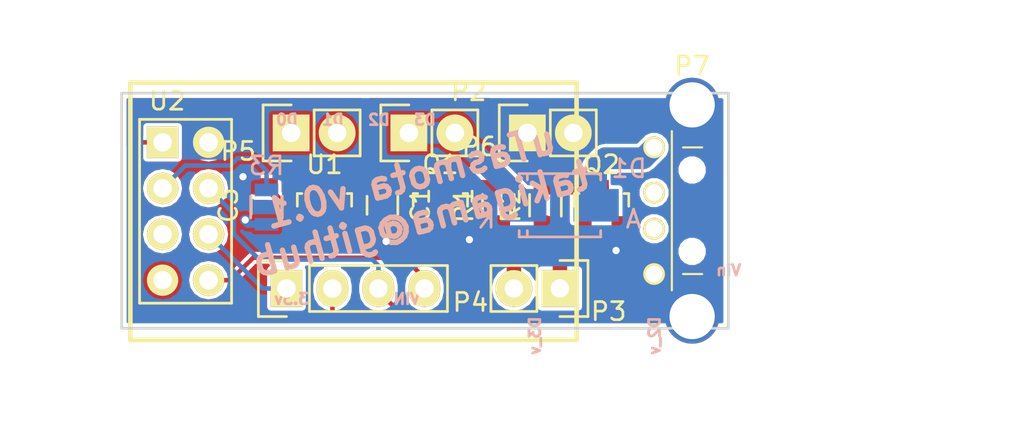
<source format=kicad_pcb>
(kicad_pcb (version 4) (host pcbnew 4.0.2+dfsg1-stable)

  (general
    (links 31)
    (no_connects 0)
    (area 144.407 102.575 201.425001 126.875)
    (thickness 1.6)
    (drawings 14)
    (tracks 97)
    (zones 0)
    (modules 16)
    (nets 14)
  )

  (page A4)
  (layers
    (0 F.Cu signal)
    (31 B.Cu signal)
    (32 B.Adhes user)
    (33 F.Adhes user)
    (34 B.Paste user)
    (35 F.Paste user)
    (36 B.SilkS user hide)
    (37 F.SilkS user hide)
    (38 B.Mask user)
    (39 F.Mask user)
    (40 Dwgs.User user)
    (41 Cmts.User user)
    (42 Eco1.User user)
    (43 Eco2.User user)
    (44 Edge.Cuts user)
    (45 Margin user)
    (46 B.CrtYd user)
    (47 F.CrtYd user)
    (48 B.Fab user)
    (49 F.Fab user)
  )

  (setup
    (last_trace_width 0.25)
    (user_trace_width 0.2)
    (user_trace_width 0.4)
    (user_trace_width 0.8)
    (user_trace_width 1)
    (user_trace_width 1.2)
    (trace_clearance 0.2)
    (zone_clearance 0.2)
    (zone_45_only no)
    (trace_min 0.2)
    (segment_width 0.2)
    (edge_width 0.15)
    (via_size 0.6)
    (via_drill 0.4)
    (via_min_size 0.4)
    (via_min_drill 0.3)
    (uvia_size 0.3)
    (uvia_drill 0.1)
    (uvias_allowed no)
    (uvia_min_size 0.2)
    (uvia_min_drill 0.1)
    (pcb_text_width 0.3)
    (pcb_text_size 1.5 1.5)
    (mod_edge_width 0.15)
    (mod_text_size 1 1)
    (mod_text_width 0.15)
    (pad_size 1.524 1.524)
    (pad_drill 0.762)
    (pad_to_mask_clearance 0.2)
    (aux_axis_origin 0 0)
    (visible_elements FFFFFF7F)
    (pcbplotparams
      (layerselection 0x00030_80000001)
      (usegerberextensions false)
      (excludeedgelayer true)
      (linewidth 0.100000)
      (plotframeref false)
      (viasonmask false)
      (mode 1)
      (useauxorigin false)
      (hpglpennumber 1)
      (hpglpenspeed 20)
      (hpglpendiameter 15)
      (hpglpenoverlay 2)
      (psnegative false)
      (psa4output false)
      (plotreference true)
      (plotvalue true)
      (plotinvisibletext false)
      (padsonsilk false)
      (subtractmaskfromsilk false)
      (outputformat 1)
      (mirror false)
      (drillshape 1)
      (scaleselection 1)
      (outputdirectory ""))
  )

  (net 0 "")
  (net 1 VPP)
  (net 2 GND)
  (net 3 +3V3)
  (net 4 GPIO2_V)
  (net 5 RX_V)
  (net 6 GPIO0)
  (net 7 TX)
  (net 8 GPIO2)
  (net 9 RX)
  (net 10 "Net-(Q1-Pad3)")
  (net 11 "Net-(Q2-Pad3)")
  (net 12 "Net-(R3-Pad1)")
  (net 13 "Net-(D1-Pad2)")

  (net_class Default "This is the default net class."
    (clearance 0.2)
    (trace_width 0.25)
    (via_dia 0.6)
    (via_drill 0.4)
    (uvia_dia 0.3)
    (uvia_drill 0.1)
    (add_net +3V3)
    (add_net GND)
    (add_net GPIO0)
    (add_net GPIO2)
    (add_net GPIO2_V)
    (add_net "Net-(D1-Pad2)")
    (add_net "Net-(Q1-Pad3)")
    (add_net "Net-(Q2-Pad3)")
    (add_net "Net-(R3-Pad1)")
    (add_net RX)
    (add_net RX_V)
    (add_net TX)
    (add_net VPP)
  )

  (net_class 33v ""
    (clearance 0.2)
    (trace_width 0.4)
    (via_dia 0.6)
    (via_drill 0.4)
    (uvia_dia 0.3)
    (uvia_drill 0.1)
  )

  (module ESP8266:ESP-01 (layer F.Cu) (tedit 577EF889) (tstamp 5B609238)
    (at 153.66 110.72)
    (descr "Module, ESP-8266, ESP-01, 8 pin")
    (tags "Module ESP-8266 ESP8266")
    (path /580E0E4A)
    (fp_text reference U2 (at 0.254 -2.286) (layer F.SilkS)
      (effects (font (size 1 1) (thickness 0.15)))
    )
    (fp_text value ESP-01v090 (at -8.128 3.302 90) (layer F.Fab)
      (effects (font (size 1 1) (thickness 0.15)))
    )
    (fp_line (start -1.778 -3.302) (end 22.86 -3.302) (layer F.SilkS) (width 0.254))
    (fp_line (start 22.86 -3.302) (end 22.86 10.922) (layer F.SilkS) (width 0.254))
    (fp_line (start 22.86 10.922) (end -1.778 10.922) (layer F.SilkS) (width 0.254))
    (fp_line (start -1.778 10.922) (end -1.778 -3.302) (layer F.SilkS) (width 0.254))
    (fp_line (start -1.778 -3.302) (end 22.86 -3.302) (layer F.Fab) (width 0.05))
    (fp_line (start 22.86 -3.302) (end 22.86 10.922) (layer F.Fab) (width 0.05))
    (fp_line (start 22.86 10.922) (end -1.778 10.922) (layer F.Fab) (width 0.05))
    (fp_line (start -1.778 10.922) (end -1.778 -3.302) (layer F.Fab) (width 0.05))
    (fp_line (start 1.27 -1.27) (end -1.27 -1.27) (layer F.SilkS) (width 0.1524))
    (fp_line (start -1.27 -1.27) (end -1.27 1.27) (layer F.SilkS) (width 0.1524))
    (fp_line (start -1.75 -1.75) (end -1.75 9.4) (layer F.CrtYd) (width 0.05))
    (fp_line (start 4.3 -1.75) (end 4.3 9.4) (layer F.CrtYd) (width 0.05))
    (fp_line (start -1.75 -1.75) (end 4.3 -1.75) (layer F.CrtYd) (width 0.05))
    (fp_line (start -1.75 9.4) (end 4.3 9.4) (layer F.CrtYd) (width 0.05))
    (fp_line (start -1.27 1.27) (end -1.27 8.89) (layer F.SilkS) (width 0.1524))
    (fp_line (start -1.27 8.89) (end 3.81 8.89) (layer F.SilkS) (width 0.1524))
    (fp_line (start 3.81 8.89) (end 3.81 -1.27) (layer F.SilkS) (width 0.1524))
    (fp_line (start 3.81 -1.27) (end 1.27 -1.27) (layer F.SilkS) (width 0.1524))
    (pad 1 thru_hole rect (at 0 0) (size 1.7272 1.7272) (drill 1.016) (layers *.Cu *.Mask F.SilkS)
      (net 7 TX))
    (pad 2 thru_hole oval (at 2.54 0) (size 1.7272 1.7272) (drill 1.016) (layers *.Cu *.Mask F.SilkS)
      (net 2 GND))
    (pad 3 thru_hole oval (at 0 2.54) (size 1.7272 1.7272) (drill 1.016) (layers *.Cu *.Mask F.SilkS)
      (net 12 "Net-(R3-Pad1)"))
    (pad 4 thru_hole oval (at 2.54 2.54) (size 1.7272 1.7272) (drill 1.016) (layers *.Cu *.Mask F.SilkS)
      (net 8 GPIO2))
    (pad 5 thru_hole oval (at 0 5.08) (size 1.7272 1.7272) (drill 1.016) (layers *.Cu *.Mask F.SilkS))
    (pad 6 thru_hole oval (at 2.54 5.08) (size 1.7272 1.7272) (drill 1.016) (layers *.Cu *.Mask F.SilkS)
      (net 6 GPIO0))
    (pad 7 thru_hole oval (at 0 7.62) (size 1.7272 1.7272) (drill 1.016) (layers *.Cu *.Mask F.SilkS)
      (net 3 +3V3))
    (pad 8 thru_hole oval (at 2.54 7.62) (size 1.7272 1.7272) (drill 1.016) (layers *.Cu *.Mask F.SilkS)
      (net 9 RX))
  )

  (module Pin_Headers:Pin_Header_Straight_1x02 (layer F.Cu) (tedit 54EA090C) (tstamp 5B6091AE)
    (at 167.26 110.2 90)
    (descr "Through hole pin header")
    (tags "pin header")
    (path /5B60A2AE)
    (fp_text reference P2 (at 2.286 3.302 180) (layer F.SilkS)
      (effects (font (size 1 1) (thickness 0.15)))
    )
    (fp_text value CONN_01X02 (at 6.5 2.84 180) (layer F.Fab)
      (effects (font (size 1 1) (thickness 0.15)))
    )
    (fp_line (start 1.27 1.27) (end 1.27 3.81) (layer F.SilkS) (width 0.15))
    (fp_line (start 1.55 -1.55) (end 1.55 0) (layer F.SilkS) (width 0.15))
    (fp_line (start -1.75 -1.75) (end -1.75 4.3) (layer F.CrtYd) (width 0.05))
    (fp_line (start 1.75 -1.75) (end 1.75 4.3) (layer F.CrtYd) (width 0.05))
    (fp_line (start -1.75 -1.75) (end 1.75 -1.75) (layer F.CrtYd) (width 0.05))
    (fp_line (start -1.75 4.3) (end 1.75 4.3) (layer F.CrtYd) (width 0.05))
    (fp_line (start 1.27 1.27) (end -1.27 1.27) (layer F.SilkS) (width 0.15))
    (fp_line (start -1.55 0) (end -1.55 -1.55) (layer F.SilkS) (width 0.15))
    (fp_line (start -1.55 -1.55) (end 1.55 -1.55) (layer F.SilkS) (width 0.15))
    (fp_line (start -1.27 1.27) (end -1.27 3.81) (layer F.SilkS) (width 0.15))
    (fp_line (start -1.27 3.81) (end 1.27 3.81) (layer F.SilkS) (width 0.15))
    (pad 1 thru_hole rect (at 0 0 90) (size 2.032 2.032) (drill 1.016) (layers *.Cu *.Mask F.SilkS)
      (net 1 VPP))
    (pad 2 thru_hole oval (at 0 2.54 90) (size 2.032 2.032) (drill 1.016) (layers *.Cu *.Mask F.SilkS)
      (net 1 VPP))
    (model Pin_Headers.3dshapes/Pin_Header_Straight_1x02.wrl
      (at (xyz 0 -0.05 0))
      (scale (xyz 1 1 1))
      (rotate (xyz 0 0 90))
    )
  )

  (module Pin_Headers:Pin_Header_Straight_1x02 (layer F.Cu) (tedit 54EA090C) (tstamp 5B6091BF)
    (at 175.6 118.8 270)
    (descr "Through hole pin header")
    (tags "pin header")
    (path /5B60A170)
    (fp_text reference P3 (at 1.27 -2.691 360) (layer F.SilkS)
      (effects (font (size 1 1) (thickness 0.15)))
    )
    (fp_text value CONN_01X02 (at 3.302 0.127 360) (layer F.Fab)
      (effects (font (size 1 1) (thickness 0.15)))
    )
    (fp_line (start 1.27 1.27) (end 1.27 3.81) (layer F.SilkS) (width 0.15))
    (fp_line (start 1.55 -1.55) (end 1.55 0) (layer F.SilkS) (width 0.15))
    (fp_line (start -1.75 -1.75) (end -1.75 4.3) (layer F.CrtYd) (width 0.05))
    (fp_line (start 1.75 -1.75) (end 1.75 4.3) (layer F.CrtYd) (width 0.05))
    (fp_line (start -1.75 -1.75) (end 1.75 -1.75) (layer F.CrtYd) (width 0.05))
    (fp_line (start -1.75 4.3) (end 1.75 4.3) (layer F.CrtYd) (width 0.05))
    (fp_line (start 1.27 1.27) (end -1.27 1.27) (layer F.SilkS) (width 0.15))
    (fp_line (start -1.55 0) (end -1.55 -1.55) (layer F.SilkS) (width 0.15))
    (fp_line (start -1.55 -1.55) (end 1.55 -1.55) (layer F.SilkS) (width 0.15))
    (fp_line (start -1.27 1.27) (end -1.27 3.81) (layer F.SilkS) (width 0.15))
    (fp_line (start -1.27 3.81) (end 1.27 3.81) (layer F.SilkS) (width 0.15))
    (pad 1 thru_hole rect (at 0 0 270) (size 2.032 2.032) (drill 1.016) (layers *.Cu *.Mask F.SilkS)
      (net 4 GPIO2_V))
    (pad 2 thru_hole oval (at 0 2.54 270) (size 2.032 2.032) (drill 1.016) (layers *.Cu *.Mask F.SilkS)
      (net 5 RX_V))
    (model Pin_Headers.3dshapes/Pin_Header_Straight_1x02.wrl
      (at (xyz 0 -0.05 0))
      (scale (xyz 1 1 1))
      (rotate (xyz 0 0 90))
    )
  )

  (module Pin_Headers:Pin_Header_Straight_1x04 (layer F.Cu) (tedit 0) (tstamp 5B6091D2)
    (at 160.5 118.8 90)
    (descr "Through hole pin header")
    (tags "pin header")
    (path /5B609048)
    (fp_text reference P4 (at -0.762 10.16 180) (layer F.SilkS)
      (effects (font (size 1 1) (thickness 0.15)))
    )
    (fp_text value CONN_01X04 (at -7.1 -0.4 180) (layer F.Fab)
      (effects (font (size 1 1) (thickness 0.15)))
    )
    (fp_line (start -1.75 -1.75) (end -1.75 9.4) (layer F.CrtYd) (width 0.05))
    (fp_line (start 1.75 -1.75) (end 1.75 9.4) (layer F.CrtYd) (width 0.05))
    (fp_line (start -1.75 -1.75) (end 1.75 -1.75) (layer F.CrtYd) (width 0.05))
    (fp_line (start -1.75 9.4) (end 1.75 9.4) (layer F.CrtYd) (width 0.05))
    (fp_line (start -1.27 1.27) (end -1.27 8.89) (layer F.SilkS) (width 0.15))
    (fp_line (start 1.27 1.27) (end 1.27 8.89) (layer F.SilkS) (width 0.15))
    (fp_line (start 1.55 -1.55) (end 1.55 0) (layer F.SilkS) (width 0.15))
    (fp_line (start -1.27 8.89) (end 1.27 8.89) (layer F.SilkS) (width 0.15))
    (fp_line (start 1.27 1.27) (end -1.27 1.27) (layer F.SilkS) (width 0.15))
    (fp_line (start -1.55 0) (end -1.55 -1.55) (layer F.SilkS) (width 0.15))
    (fp_line (start -1.55 -1.55) (end 1.55 -1.55) (layer F.SilkS) (width 0.15))
    (pad 1 thru_hole rect (at 0 0 90) (size 2.032 1.7272) (drill 1.016) (layers *.Cu *.Mask F.SilkS)
      (net 6 GPIO0))
    (pad 2 thru_hole oval (at 0 2.54 90) (size 2.032 1.7272) (drill 1.016) (layers *.Cu *.Mask F.SilkS)
      (net 7 TX))
    (pad 3 thru_hole oval (at 0 5.08 90) (size 2.032 1.7272) (drill 1.016) (layers *.Cu *.Mask F.SilkS)
      (net 8 GPIO2))
    (pad 4 thru_hole oval (at 0 7.62 90) (size 2.032 1.7272) (drill 1.016) (layers *.Cu *.Mask F.SilkS)
      (net 9 RX))
    (model Pin_Headers.3dshapes/Pin_Header_Straight_1x04.wrl
      (at (xyz 0 -0.15 0))
      (scale (xyz 1 1 1))
      (rotate (xyz 0 0 90))
    )
  )

  (module Resistors_SMD:R_0805 (layer F.Cu) (tedit 5415CDEB) (tstamp 5B6091FE)
    (at 172.2 114.2 270)
    (descr "Resistor SMD 0805, reflow soldering, Vishay (see dcrcw.pdf)")
    (tags "resistor 0805")
    (path /5B609C6F)
    (attr smd)
    (fp_text reference R1 (at 0 1.905 270) (layer F.SilkS)
      (effects (font (size 1 1) (thickness 0.15)))
    )
    (fp_text value X (at 4.3 22.6 270) (layer F.Fab)
      (effects (font (size 1 1) (thickness 0.15)))
    )
    (fp_line (start -1.6 -1) (end 1.6 -1) (layer F.CrtYd) (width 0.05))
    (fp_line (start -1.6 1) (end 1.6 1) (layer F.CrtYd) (width 0.05))
    (fp_line (start -1.6 -1) (end -1.6 1) (layer F.CrtYd) (width 0.05))
    (fp_line (start 1.6 -1) (end 1.6 1) (layer F.CrtYd) (width 0.05))
    (fp_line (start 0.6 0.875) (end -0.6 0.875) (layer F.SilkS) (width 0.15))
    (fp_line (start -0.6 -0.875) (end 0.6 -0.875) (layer F.SilkS) (width 0.15))
    (pad 1 smd rect (at -0.95 0 270) (size 0.7 1.3) (layers F.Cu F.Paste F.Mask)
      (net 10 "Net-(Q1-Pad3)"))
    (pad 2 smd rect (at 0.95 0 270) (size 0.7 1.3) (layers F.Cu F.Paste F.Mask)
      (net 5 RX_V))
    (model Resistors_SMD.3dshapes/R_0805.wrl
      (at (xyz 0 0 0))
      (scale (xyz 1 1 1))
      (rotate (xyz 0 0 0))
    )
  )

  (module Resistors_SMD:R_0805 (layer F.Cu) (tedit 5415CDEB) (tstamp 5B60920A)
    (at 174.8 114.2 270)
    (descr "Resistor SMD 0805, reflow soldering, Vishay (see dcrcw.pdf)")
    (tags "resistor 0805")
    (path /5B60A014)
    (attr smd)
    (fp_text reference R2 (at 0 1.905 270) (layer F.SilkS)
      (effects (font (size 1 1) (thickness 0.15)))
    )
    (fp_text value X (at 1.9 25 270) (layer F.Fab)
      (effects (font (size 1 1) (thickness 0.15)))
    )
    (fp_line (start -1.6 -1) (end 1.6 -1) (layer F.CrtYd) (width 0.05))
    (fp_line (start -1.6 1) (end 1.6 1) (layer F.CrtYd) (width 0.05))
    (fp_line (start -1.6 -1) (end -1.6 1) (layer F.CrtYd) (width 0.05))
    (fp_line (start 1.6 -1) (end 1.6 1) (layer F.CrtYd) (width 0.05))
    (fp_line (start 0.6 0.875) (end -0.6 0.875) (layer F.SilkS) (width 0.15))
    (fp_line (start -0.6 -0.875) (end 0.6 -0.875) (layer F.SilkS) (width 0.15))
    (pad 1 smd rect (at -0.95 0 270) (size 0.7 1.3) (layers F.Cu F.Paste F.Mask)
      (net 11 "Net-(Q2-Pad3)"))
    (pad 2 smd rect (at 0.95 0 270) (size 0.7 1.3) (layers F.Cu F.Paste F.Mask)
      (net 4 GPIO2_V))
    (model Resistors_SMD.3dshapes/R_0805.wrl
      (at (xyz 0 0 0))
      (scale (xyz 1 1 1))
      (rotate (xyz 0 0 0))
    )
  )

  (module Pin_Headers:Pin_Header_Straight_1x02 (layer F.Cu) (tedit 54EA090C) (tstamp 5B6095E1)
    (at 160.76 110.2 90)
    (descr "Through hole pin header")
    (tags "pin header")
    (path /5B609437)
    (fp_text reference P5 (at -1.016 -2.921 180) (layer F.SilkS)
      (effects (font (size 1 1) (thickness 0.15)))
    )
    (fp_text value CONN_01X02 (at 4.1 0.84 180) (layer F.Fab)
      (effects (font (size 1 1) (thickness 0.15)))
    )
    (fp_line (start 1.27 1.27) (end 1.27 3.81) (layer F.SilkS) (width 0.15))
    (fp_line (start 1.55 -1.55) (end 1.55 0) (layer F.SilkS) (width 0.15))
    (fp_line (start -1.75 -1.75) (end -1.75 4.3) (layer F.CrtYd) (width 0.05))
    (fp_line (start 1.75 -1.75) (end 1.75 4.3) (layer F.CrtYd) (width 0.05))
    (fp_line (start -1.75 -1.75) (end 1.75 -1.75) (layer F.CrtYd) (width 0.05))
    (fp_line (start -1.75 4.3) (end 1.75 4.3) (layer F.CrtYd) (width 0.05))
    (fp_line (start 1.27 1.27) (end -1.27 1.27) (layer F.SilkS) (width 0.15))
    (fp_line (start -1.55 0) (end -1.55 -1.55) (layer F.SilkS) (width 0.15))
    (fp_line (start -1.55 -1.55) (end 1.55 -1.55) (layer F.SilkS) (width 0.15))
    (fp_line (start -1.27 1.27) (end -1.27 3.81) (layer F.SilkS) (width 0.15))
    (fp_line (start -1.27 3.81) (end 1.27 3.81) (layer F.SilkS) (width 0.15))
    (pad 1 thru_hole rect (at 0 0 90) (size 2.032 2.032) (drill 1.016) (layers *.Cu *.Mask F.SilkS)
      (net 3 +3V3))
    (pad 2 thru_hole oval (at 0 2.54 90) (size 2.032 2.032) (drill 1.016) (layers *.Cu *.Mask F.SilkS)
      (net 3 +3V3))
    (model Pin_Headers.3dshapes/Pin_Header_Straight_1x02.wrl
      (at (xyz 0 -0.05 0))
      (scale (xyz 1 1 1))
      (rotate (xyz 0 0 90))
    )
  )

  (module Resistors_SMD:R_0805 (layer B.Cu) (tedit 5415CDEB) (tstamp 5B60FBB1)
    (at 159.4 114.3 270)
    (descr "Resistor SMD 0805, reflow soldering, Vishay (see dcrcw.pdf)")
    (tags "resistor 0805")
    (path /5B609852)
    (attr smd)
    (fp_text reference R3 (at -2.286 0 540) (layer B.SilkS)
      (effects (font (size 1 1) (thickness 0.15)) (justify mirror))
    )
    (fp_text value 10k (at -9.718 1.27 540) (layer B.Fab)
      (effects (font (size 1 1) (thickness 0.15)) (justify mirror))
    )
    (fp_line (start -1.6 1) (end 1.6 1) (layer B.CrtYd) (width 0.05))
    (fp_line (start -1.6 -1) (end 1.6 -1) (layer B.CrtYd) (width 0.05))
    (fp_line (start -1.6 1) (end -1.6 -1) (layer B.CrtYd) (width 0.05))
    (fp_line (start 1.6 1) (end 1.6 -1) (layer B.CrtYd) (width 0.05))
    (fp_line (start 0.6 -0.875) (end -0.6 -0.875) (layer B.SilkS) (width 0.15))
    (fp_line (start -0.6 0.875) (end 0.6 0.875) (layer B.SilkS) (width 0.15))
    (pad 1 smd rect (at -0.95 0 270) (size 0.7 1.3) (layers B.Cu B.Paste B.Mask)
      (net 12 "Net-(R3-Pad1)"))
    (pad 2 smd rect (at 0.95 0 270) (size 0.7 1.3) (layers B.Cu B.Paste B.Mask)
      (net 3 +3V3))
    (model Resistors_SMD.3dshapes/R_0805.wrl
      (at (xyz 0 0 0))
      (scale (xyz 1 1 1))
      (rotate (xyz 0 0 0))
    )
  )

  (module Pin_Headers:Pin_Header_Straight_1x02 (layer F.Cu) (tedit 54EA090C) (tstamp 5B6162B3)
    (at 173.8 110.2 90)
    (descr "Through hole pin header")
    (tags "pin header")
    (path /5B60A070)
    (fp_text reference P6 (at -0.762 -2.643 180) (layer F.SilkS)
      (effects (font (size 1 1) (thickness 0.15)))
    )
    (fp_text value CONN_01X02 (at 4.1 2.8 180) (layer F.Fab)
      (effects (font (size 1 1) (thickness 0.15)))
    )
    (fp_line (start 1.27 1.27) (end 1.27 3.81) (layer F.SilkS) (width 0.15))
    (fp_line (start 1.55 -1.55) (end 1.55 0) (layer F.SilkS) (width 0.15))
    (fp_line (start -1.75 -1.75) (end -1.75 4.3) (layer F.CrtYd) (width 0.05))
    (fp_line (start 1.75 -1.75) (end 1.75 4.3) (layer F.CrtYd) (width 0.05))
    (fp_line (start -1.75 -1.75) (end 1.75 -1.75) (layer F.CrtYd) (width 0.05))
    (fp_line (start -1.75 4.3) (end 1.75 4.3) (layer F.CrtYd) (width 0.05))
    (fp_line (start 1.27 1.27) (end -1.27 1.27) (layer F.SilkS) (width 0.15))
    (fp_line (start -1.55 0) (end -1.55 -1.55) (layer F.SilkS) (width 0.15))
    (fp_line (start -1.55 -1.55) (end 1.55 -1.55) (layer F.SilkS) (width 0.15))
    (fp_line (start -1.27 1.27) (end -1.27 3.81) (layer F.SilkS) (width 0.15))
    (fp_line (start -1.27 3.81) (end 1.27 3.81) (layer F.SilkS) (width 0.15))
    (pad 1 thru_hole rect (at 0 0 90) (size 2.032 2.032) (drill 1.016) (layers *.Cu *.Mask F.SilkS)
      (net 2 GND))
    (pad 2 thru_hole oval (at 0 2.54 90) (size 2.032 2.032) (drill 1.016) (layers *.Cu *.Mask F.SilkS)
      (net 2 GND))
    (model Pin_Headers.3dshapes/Pin_Header_Straight_1x02.wrl
      (at (xyz 0 -0.05 0))
      (scale (xyz 1 1 1))
      (rotate (xyz 0 0 90))
    )
  )

  (module Diodes_SMD:SMA_Standard (layer B.Cu) (tedit 552FF239) (tstamp 5B62E9E4)
    (at 175.6 114.2)
    (descr "Diode SMA")
    (tags "Diode SMA")
    (path /5B61C310)
    (attr smd)
    (fp_text reference D1 (at 3.81 -2.032) (layer B.SilkS)
      (effects (font (size 1 1) (thickness 0.15)) (justify mirror))
    )
    (fp_text value D (at 0 2.032) (layer B.Fab)
      (effects (font (size 1 1) (thickness 0.15)) (justify mirror))
    )
    (fp_line (start -3.5 2) (end 3.5 2) (layer B.CrtYd) (width 0.05))
    (fp_line (start 3.5 2) (end 3.5 -2) (layer B.CrtYd) (width 0.05))
    (fp_line (start 3.5 -2) (end -3.5 -2) (layer B.CrtYd) (width 0.05))
    (fp_line (start -3.5 -2) (end -3.5 2) (layer B.CrtYd) (width 0.05))
    (fp_text user K (at -4.064 0.762) (layer B.SilkS)
      (effects (font (size 1 1) (thickness 0.15)) (justify mirror))
    )
    (fp_text user A (at 4.064 0.762) (layer B.SilkS)
      (effects (font (size 1 1) (thickness 0.15)) (justify mirror))
    )
    (fp_circle (center 0 0) (end 0.20066 0.0508) (layer B.Adhes) (width 0.381))
    (fp_line (start -1.79914 -1.75006) (end -1.79914 -1.39954) (layer B.SilkS) (width 0.15))
    (fp_line (start -1.79914 1.75006) (end -1.79914 1.39954) (layer B.SilkS) (width 0.15))
    (fp_line (start 2.25044 -1.75006) (end 2.25044 -1.39954) (layer B.SilkS) (width 0.15))
    (fp_line (start -2.25044 -1.75006) (end -2.25044 -1.39954) (layer B.SilkS) (width 0.15))
    (fp_line (start -2.25044 1.75006) (end -2.25044 1.39954) (layer B.SilkS) (width 0.15))
    (fp_line (start 2.25044 1.75006) (end 2.25044 1.39954) (layer B.SilkS) (width 0.15))
    (fp_line (start -2.25044 -1.75006) (end 2.25044 -1.75006) (layer B.SilkS) (width 0.15))
    (fp_line (start -2.25044 1.75006) (end 2.25044 1.75006) (layer B.SilkS) (width 0.15))
    (pad 1 smd rect (at -1.99898 0) (size 2.49936 1.80086) (layers B.Cu B.Paste B.Mask)
      (net 1 VPP))
    (pad 2 smd rect (at 1.99898 0) (size 2.49936 1.80086) (layers B.Cu B.Paste B.Mask)
      (net 13 "Net-(D1-Pad2)"))
    (model Diodes_SMD.3dshapes/SMA_Standard.wrl
      (at (xyz 0 0 0))
      (scale (xyz 0.3937 0.3937 0.3937))
      (rotate (xyz 0 0 180))
    )
  )

  (module TO_SOT_Packages_SMD:SOT-23 (layer F.Cu) (tedit 553634F8) (tstamp 5B6AEEA0)
    (at 169 114.2)
    (descr "SOT-23, Standard")
    (tags SOT-23)
    (path /580E1D98)
    (attr smd)
    (fp_text reference Q1 (at 0 -2.25) (layer F.SilkS)
      (effects (font (size 1 1) (thickness 0.15)))
    )
    (fp_text value IRLML6244 (at 0.836 9.968) (layer F.Fab)
      (effects (font (size 1 1) (thickness 0.15)))
    )
    (fp_line (start -1.65 -1.6) (end 1.65 -1.6) (layer F.CrtYd) (width 0.05))
    (fp_line (start 1.65 -1.6) (end 1.65 1.6) (layer F.CrtYd) (width 0.05))
    (fp_line (start 1.65 1.6) (end -1.65 1.6) (layer F.CrtYd) (width 0.05))
    (fp_line (start -1.65 1.6) (end -1.65 -1.6) (layer F.CrtYd) (width 0.05))
    (fp_line (start 1.29916 -0.65024) (end 1.2509 -0.65024) (layer F.SilkS) (width 0.15))
    (fp_line (start -1.49982 0.0508) (end -1.49982 -0.65024) (layer F.SilkS) (width 0.15))
    (fp_line (start -1.49982 -0.65024) (end -1.2509 -0.65024) (layer F.SilkS) (width 0.15))
    (fp_line (start 1.29916 -0.65024) (end 1.49982 -0.65024) (layer F.SilkS) (width 0.15))
    (fp_line (start 1.49982 -0.65024) (end 1.49982 0.0508) (layer F.SilkS) (width 0.15))
    (pad 1 smd rect (at -0.95 1.00076) (size 0.8001 0.8001) (layers F.Cu F.Paste F.Mask)
      (net 9 RX))
    (pad 2 smd rect (at 0.95 1.00076) (size 0.8001 0.8001) (layers F.Cu F.Paste F.Mask)
      (net 2 GND))
    (pad 3 smd rect (at 0 -0.99822) (size 0.8001 0.8001) (layers F.Cu F.Paste F.Mask)
      (net 10 "Net-(Q1-Pad3)"))
    (model TO_SOT_Packages_SMD.3dshapes/SOT-23.wrl
      (at (xyz 0 0 0))
      (scale (xyz 1 1 1))
      (rotate (xyz 0 0 0))
    )
  )

  (module TO_SOT_Packages_SMD:SOT-23 (layer F.Cu) (tedit 553634F8) (tstamp 5B6AEEAF)
    (at 177.9 114.2)
    (descr "SOT-23, Standard")
    (tags SOT-23)
    (path /5B60A003)
    (attr smd)
    (fp_text reference Q2 (at 0 -2.25) (layer F.SilkS)
      (effects (font (size 1 1) (thickness 0.15)))
    )
    (fp_text value IRLML6244 (at -3.31524 10.234) (layer F.Fab)
      (effects (font (size 1 1) (thickness 0.15)))
    )
    (fp_line (start -1.65 -1.6) (end 1.65 -1.6) (layer F.CrtYd) (width 0.05))
    (fp_line (start 1.65 -1.6) (end 1.65 1.6) (layer F.CrtYd) (width 0.05))
    (fp_line (start 1.65 1.6) (end -1.65 1.6) (layer F.CrtYd) (width 0.05))
    (fp_line (start -1.65 1.6) (end -1.65 -1.6) (layer F.CrtYd) (width 0.05))
    (fp_line (start 1.29916 -0.65024) (end 1.2509 -0.65024) (layer F.SilkS) (width 0.15))
    (fp_line (start -1.49982 0.0508) (end -1.49982 -0.65024) (layer F.SilkS) (width 0.15))
    (fp_line (start -1.49982 -0.65024) (end -1.2509 -0.65024) (layer F.SilkS) (width 0.15))
    (fp_line (start 1.29916 -0.65024) (end 1.49982 -0.65024) (layer F.SilkS) (width 0.15))
    (fp_line (start 1.49982 -0.65024) (end 1.49982 0.0508) (layer F.SilkS) (width 0.15))
    (pad 1 smd rect (at -0.95 1.00076) (size 0.8001 0.8001) (layers F.Cu F.Paste F.Mask)
      (net 8 GPIO2))
    (pad 2 smd rect (at 0.95 1.00076) (size 0.8001 0.8001) (layers F.Cu F.Paste F.Mask)
      (net 2 GND))
    (pad 3 smd rect (at 0 -0.99822) (size 0.8001 0.8001) (layers F.Cu F.Paste F.Mask)
      (net 11 "Net-(Q2-Pad3)"))
    (model TO_SOT_Packages_SMD.3dshapes/SOT-23.wrl
      (at (xyz 0 0 0))
      (scale (xyz 1 1 1))
      (rotate (xyz 0 0 0))
    )
  )

  (module Capacitors_SMD:C_0805 (layer F.Cu) (tedit 5415D6EA) (tstamp 5B841EC7)
    (at 165.8 114.2 270)
    (descr "Capacitor SMD 0805, reflow soldering, AVX (see smccp.pdf)")
    (tags "capacitor 0805")
    (path /580E10B5)
    (attr smd)
    (fp_text reference C1 (at 0 -2.1 270) (layer F.SilkS)
      (effects (font (size 1 1) (thickness 0.15)))
    )
    (fp_text value 2uf (at -3.2 15.6 270) (layer F.Fab)
      (effects (font (size 1 1) (thickness 0.15)))
    )
    (fp_line (start -1.8 -1) (end 1.8 -1) (layer F.CrtYd) (width 0.05))
    (fp_line (start -1.8 1) (end 1.8 1) (layer F.CrtYd) (width 0.05))
    (fp_line (start -1.8 -1) (end -1.8 1) (layer F.CrtYd) (width 0.05))
    (fp_line (start 1.8 -1) (end 1.8 1) (layer F.CrtYd) (width 0.05))
    (fp_line (start 0.5 -0.85) (end -0.5 -0.85) (layer F.SilkS) (width 0.15))
    (fp_line (start -0.5 0.85) (end 0.5 0.85) (layer F.SilkS) (width 0.15))
    (pad 1 smd rect (at -1 0 270) (size 1 1.25) (layers F.Cu F.Paste F.Mask)
      (net 1 VPP))
    (pad 2 smd rect (at 1 0 270) (size 1 1.25) (layers F.Cu F.Paste F.Mask)
      (net 2 GND))
    (model Capacitors_SMD.3dshapes/C_0805.wrl
      (at (xyz 0 0 0))
      (scale (xyz 1 1 1))
      (rotate (xyz 0 0 0))
    )
  )

  (module Capacitors_SMD:C_0805 (layer F.Cu) (tedit 5415D6EA) (tstamp 5B841ECC)
    (at 159.4 114.2 90)
    (descr "Capacitor SMD 0805, reflow soldering, AVX (see smccp.pdf)")
    (tags "capacitor 0805")
    (path /580E12CC)
    (attr smd)
    (fp_text reference C3 (at 0 -2.1 90) (layer F.SilkS)
      (effects (font (size 1 1) (thickness 0.15)))
    )
    (fp_text value 2uf (at -0.1 -9.4 90) (layer F.Fab)
      (effects (font (size 1 1) (thickness 0.15)))
    )
    (fp_line (start -1.8 -1) (end 1.8 -1) (layer F.CrtYd) (width 0.05))
    (fp_line (start -1.8 1) (end 1.8 1) (layer F.CrtYd) (width 0.05))
    (fp_line (start -1.8 -1) (end -1.8 1) (layer F.CrtYd) (width 0.05))
    (fp_line (start 1.8 -1) (end 1.8 1) (layer F.CrtYd) (width 0.05))
    (fp_line (start 0.5 -0.85) (end -0.5 -0.85) (layer F.SilkS) (width 0.15))
    (fp_line (start -0.5 0.85) (end 0.5 0.85) (layer F.SilkS) (width 0.15))
    (pad 1 smd rect (at -1 0 90) (size 1 1.25) (layers F.Cu F.Paste F.Mask)
      (net 3 +3V3))
    (pad 2 smd rect (at 1 0 90) (size 1 1.25) (layers F.Cu F.Paste F.Mask)
      (net 2 GND))
    (model Capacitors_SMD.3dshapes/C_0805.wrl
      (at (xyz 0 0 0))
      (scale (xyz 1 1 1))
      (rotate (xyz 0 0 0))
    )
  )

  (module TO_SOT_Packages_SMD:SOT-23 (layer F.Cu) (tedit 553634F8) (tstamp 5B841ED1)
    (at 162.6 114.2)
    (descr "SOT-23, Standard")
    (tags SOT-23)
    (path /5B62A08E)
    (attr smd)
    (fp_text reference U1 (at 0 -2.25) (layer F.SilkS)
      (effects (font (size 1 1) (thickness 0.15)))
    )
    (fp_text value MCP1703 (at -1.7 10) (layer F.Fab)
      (effects (font (size 1 1) (thickness 0.15)))
    )
    (fp_line (start -1.65 -1.6) (end 1.65 -1.6) (layer F.CrtYd) (width 0.05))
    (fp_line (start 1.65 -1.6) (end 1.65 1.6) (layer F.CrtYd) (width 0.05))
    (fp_line (start 1.65 1.6) (end -1.65 1.6) (layer F.CrtYd) (width 0.05))
    (fp_line (start -1.65 1.6) (end -1.65 -1.6) (layer F.CrtYd) (width 0.05))
    (fp_line (start 1.29916 -0.65024) (end 1.2509 -0.65024) (layer F.SilkS) (width 0.15))
    (fp_line (start -1.49982 0.0508) (end -1.49982 -0.65024) (layer F.SilkS) (width 0.15))
    (fp_line (start -1.49982 -0.65024) (end -1.2509 -0.65024) (layer F.SilkS) (width 0.15))
    (fp_line (start 1.29916 -0.65024) (end 1.49982 -0.65024) (layer F.SilkS) (width 0.15))
    (fp_line (start 1.49982 -0.65024) (end 1.49982 0.0508) (layer F.SilkS) (width 0.15))
    (pad 1 smd rect (at -0.95 1.00076) (size 0.8001 0.8001) (layers F.Cu F.Paste F.Mask)
      (net 2 GND))
    (pad 2 smd rect (at 0.95 1.00076) (size 0.8001 0.8001) (layers F.Cu F.Paste F.Mask)
      (net 3 +3V3))
    (pad 3 smd rect (at 0 -0.99822) (size 0.8001 0.8001) (layers F.Cu F.Paste F.Mask)
      (net 1 VPP))
    (model TO_SOT_Packages_SMD.3dshapes/SOT-23.wrl
      (at (xyz 0 0 0))
      (scale (xyz 1 1 1))
      (rotate (xyz 0 0 0))
    )
  )

  (module USB_oshpark:USB_A_Multicomp_thruhole_oshpark (layer F.Cu) (tedit 5B84B8D8) (tstamp 5B850484)
    (at 182.9 114.5)
    (descr http://www.farnell.com/datasheets/1673631.pdf?_ga=2.191614378.1841366750.1535387360-1766580825.1529841566)
    (tags USB-A)
    (path /5B61BC7A)
    (attr smd)
    (fp_text reference P7 (at 0 -8) (layer F.SilkS)
      (effects (font (size 1 1) (thickness 0.15)))
    )
    (fp_text value USB_A (at 6.9 8) (layer F.Fab)
      (effects (font (size 1 1) (thickness 0.15)))
    )
    (fp_line (start -1 6.025) (end -1 -6.025) (layer F.Fab) (width 0.1))
    (fp_line (start -1 -6.025) (end 17.8 -6.025) (layer F.Fab) (width 0.1))
    (fp_line (start -1 6.025) (end 17.8 6.025) (layer F.Fab) (width 0.1))
    (fp_line (start 17.8 6.025) (end 17.8 -6.025) (layer F.Fab) (width 0.1))
    (fp_circle (center 0 -2.3) (end 0 -2.8) (layer F.Fab) (width 0.1))
    (fp_circle (center 0 2.3) (end 0 2.8) (layer F.Fab) (width 0.1))
    (fp_line (start -1.12 -4.4) (end -1.12 4.4) (layer F.SilkS) (width 0.12))
    (fp_line (start 2.2 6.05) (end 2.2 -6) (layer Dwgs.User) (width 0.1))
    (fp_text user "PCB Edge" (at 3 -0.2 90) (layer Dwgs.User)
      (effects (font (size 0.6 0.6) (thickness 0.09)))
    )
    (fp_line (start -0.5 -3.5) (end 0.55 -3.5) (layer F.SilkS) (width 0.12))
    (fp_line (start -0.5 3.5) (end 0.55 3.5) (layer F.SilkS) (width 0.12))
    (fp_line (start -3.5 7.8) (end -3.5 -7.8) (layer F.CrtYd) (width 0.05))
    (fp_line (start -3.5 -7.8) (end 2.25 -7.8) (layer F.CrtYd) (width 0.05))
    (fp_line (start 2.25 -6.52) (end 2.25 -7.8) (layer F.CrtYd) (width 0.05))
    (fp_line (start 2.25 -6.52) (end 18.3 -6.52) (layer F.CrtYd) (width 0.05))
    (fp_line (start 18.3 6.52) (end 18.3 -6.52) (layer F.CrtYd) (width 0.05))
    (fp_text user %R (at 3.6 -8 90) (layer F.Fab)
      (effects (font (size 1 1) (thickness 0.15)))
    )
    (fp_line (start 2.25 6.52) (end 18.3 6.52) (layer F.CrtYd) (width 0.05))
    (fp_line (start 2.25 7.8) (end 2.25 6.52) (layer F.CrtYd) (width 0.05))
    (fp_line (start -3.5 7.8) (end 2.25 7.8) (layer F.CrtYd) (width 0.05))
    (pad 2 thru_hole circle (at -2.1 -1) (size 1.2 1.2) (drill 0.92) (layers *.Cu *.Mask F.SilkS))
    (pad 3 thru_hole circle (at -2.1 1) (size 1.2 1.2) (drill 0.92) (layers *.Cu *.Mask F.SilkS))
    (pad 1 thru_hole circle (at -2.1 -3.5) (size 1.2 1.2) (drill 0.92) (layers *.Cu *.Mask F.SilkS)
      (net 13 "Net-(D1-Pad2)"))
    (pad 4 thru_hole circle (at -2.1 3.5) (size 1.2 1.2) (drill 0.92) (layers *.Cu *.Mask F.SilkS)
      (net 2 GND))
    (pad 5 thru_hole circle (at 0 -5.85) (size 3 3) (drill 2.5) (layers *.Cu *.Mask)
      (net 2 GND))
    (pad 5 thru_hole circle (at 0 5.85) (size 3 3) (drill 2.5) (layers *.Cu *.Mask)
      (net 2 GND))
    (pad "" np_thru_hole circle (at 0 -2.25) (size 1.1 1.1) (drill 1.1) (layers *.Cu *.Mask))
    (pad "" np_thru_hole circle (at 0 2.25) (size 1.1 1.1) (drill 1.1) (layers *.Cu *.Mask))
    (model ${KISYS3DMOD}/Connector_USB.3dshapes/USB_A_CNCTech_1001-011-01101_Horizontal.wrl
      (at (xyz 0 0 0))
      (scale (xyz 1 1 1))
      (rotate (xyz 0 0 0))
    )
  )

  (gr_text D3_v (at 174.22 121.412 90) (layer B.SilkS) (tstamp 5B628E3D)
    (effects (font (size 0.6 0.6) (thickness 0.15)) (justify mirror))
  )
  (gr_text D2_v (at 180.824 121.412 90) (layer B.SilkS) (tstamp 5B628E2C)
    (effects (font (size 0.6 0.6) (thickness 0.15)) (justify mirror))
  )
  (gr_text VIN (at 167.132 119.38) (layer B.SilkS) (tstamp 5B628E09)
    (effects (font (size 0.6 0.6) (thickness 0.15)) (justify mirror))
  )
  (gr_text 3.3v (at 160.782 119.38) (layer B.SilkS) (tstamp 5B628DF4)
    (effects (font (size 0.6 0.6) (thickness 0.15)) (justify mirror))
  )
  (gr_text D3 (at 168.148 109.474) (layer B.SilkS) (tstamp 5B628D8B)
    (effects (font (size 0.6 0.6) (thickness 0.15)) (justify mirror))
  )
  (gr_text D2 (at 165.608 109.474) (layer B.SilkS) (tstamp 5B628D7E)
    (effects (font (size 0.6 0.6) (thickness 0.15)) (justify mirror))
  )
  (gr_text D1 (at 163.068 109.474) (layer B.SilkS) (tstamp 5B628D6F)
    (effects (font (size 0.6 0.6) (thickness 0.15)) (justify mirror))
  )
  (gr_text D0 (at 160.528 109.474) (layer B.SilkS)
    (effects (font (size 0.6 0.6) (thickness 0.15)) (justify mirror))
  )
  (gr_text Vin (at 184.912 117.7925) (layer B.SilkS)
    (effects (font (size 0.6 0.6) (thickness 0.15)) (justify mirror))
  )
  (gr_text "uTasmota v0.1\ntakigama@github" (at 167.64 113.792 15) (layer B.SilkS)
    (effects (font (size 1.5 1.5) (thickness 0.3)) (justify mirror))
  )
  (gr_line (start 151.4 108) (end 151.4 121) (layer Edge.Cuts) (width 0.15))
  (gr_line (start 151.4 121) (end 184.9 121) (layer Edge.Cuts) (width 0.15))
  (gr_line (start 184.9 108) (end 151.4 108) (layer Edge.Cuts) (width 0.15))
  (gr_line (start 184.9 121) (end 184.9 108) (layer Edge.Cuts) (width 0.15))

  (segment (start 167.26 110.2) (end 169.8 110.2) (width 1.2) (layer B.Cu) (net 1) (status 30))
  (segment (start 173.601 114.001) (end 169.8 110.2) (width 1.2) (layer B.Cu) (net 1) (status 30))
  (segment (start 173.601 114.2) (end 173.601 114.001) (width 1.2) (layer B.Cu) (net 1) (status 30))
  (segment (start 167.26 112.016) (end 167.26 110.2) (width 0.8) (layer F.Cu) (net 1) (status 20))
  (segment (start 166.076 113.2) (end 167.26 112.016) (width 0.8) (layer F.Cu) (net 1) (status 10))
  (segment (start 165.8 113.2) (end 166.076 113.2) (width 0.8) (layer F.Cu) (net 1) (status 30))
  (segment (start 162.6 113.202) (end 162.6002 113.202) (width 0.8) (layer F.Cu) (net 1) (status 30))
  (segment (start 165.798 113.202) (end 165.8 113.2) (width 0.8) (layer F.Cu) (net 1) (status 30))
  (segment (start 162.6002 113.202) (end 165.798 113.202) (width 0.8) (layer F.Cu) (net 1) (status 30))
  (segment (start 162.6002 113.202) (end 162.6 113.2018) (width 0.25) (layer F.Cu) (net 1) (status 30))
  (segment (start 161.65 115.20076) (end 161.40076 115.20076) (width 0.4) (layer F.Cu) (net 2) (status 30))
  (segment (start 161.40076 115.20076) (end 159.4 113.2) (width 0.4) (layer F.Cu) (net 2) (status 30))
  (segment (start 161.65 115.20076) (end 161.60076 115.20076) (width 0.4) (layer F.Cu) (net 2) (status 30))
  (segment (start 169.95 115.20076) (end 169.95 115.45) (width 0.8) (layer F.Cu) (net 2) (status 30))
  (segment (start 169.95 115.45) (end 170.6 116.1) (width 0.8) (layer F.Cu) (net 2) (status 10))
  (via (at 170.6 116.1) (size 0.6) (drill 0.4) (layers F.Cu B.Cu) (net 2))
  (segment (start 165.8 115.2) (end 165.8 116) (width 0.8) (layer F.Cu) (net 2) (status 10))
  (segment (start 165.8 116) (end 166 116.2) (width 0.8) (layer F.Cu) (net 2))
  (via (at 166 116.2) (size 0.6) (drill 0.4) (layers F.Cu B.Cu) (net 2))
  (via (at 158.1 112.62) (size 0.6) (layers F.Cu B.Cu) (net 2))
  (via (at 178.7 116.7) (size 0.6) (layers F.Cu B.Cu) (net 2))
  (segment (start 158.68 113.2) (end 158.1 112.62) (width 0.8) (layer F.Cu) (net 2))
  (segment (start 159.4 113.2) (end 158.68 113.2) (width 0.8) (layer F.Cu) (net 2) (status 10))
  (segment (start 179.5 116.7) (end 178.7 116.7) (width 1.2) (layer B.Cu) (net 2))
  (segment (start 180.8 118) (end 179.5 116.7) (width 1.2) (layer B.Cu) (net 2) (status 10))
  (segment (start 182.9 120.35) (end 182.9 120.1) (width 1.2) (layer B.Cu) (net 2) (status 30))
  (segment (start 161.65 115.201) (end 161.65 115.2008) (width 0.25) (layer F.Cu) (net 2) (status 30))
  (segment (start 178.85 116.55) (end 178.7 116.7) (width 0.8) (layer F.Cu) (net 2))
  (segment (start 178.85 115.201) (end 178.85 116.55) (width 0.8) (layer F.Cu) (net 2) (status 10))
  (segment (start 178.85 115.201) (end 178.85 115.2008) (width 0.25) (layer F.Cu) (net 2) (status 30))
  (segment (start 169.95 115.201) (end 169.95 115.2008) (width 0.25) (layer F.Cu) (net 2) (status 30))
  (segment (start 158.22502 115.12502) (end 158.22502 115.010088) (width 0.4) (layer B.Cu) (net 3))
  (segment (start 159.4 115.25) (end 158.35 115.25) (width 0.4) (layer B.Cu) (net 3) (status 10))
  (via (at 158.22502 115.010088) (size 0.6) (drill 0.4) (layers F.Cu B.Cu) (net 3))
  (segment (start 158.35 115.25) (end 158.22502 115.12502) (width 0.4) (layer B.Cu) (net 3))
  (segment (start 159.275 115.2) (end 159.4 115.2) (width 0.4) (layer F.Cu) (net 3) (status 30))
  (segment (start 159.525 115.2) (end 159.4 115.2) (width 0.4) (layer F.Cu) (net 3) (status 30))
  (segment (start 163.3 110.2) (end 160.76 110.2) (width 0.4) (layer F.Cu) (net 3) (status 30))
  (segment (start 163.55 115.201) (end 163.55 115.2008) (width 0.4) (layer F.Cu) (net 3) (status 30))
  (segment (start 159.4 115.2) (end 159.8752 115.2) (width 0.25) (layer F.Cu) (net 3) (status 30))
  (segment (start 159.8752 115.0748) (end 159.8752 115.2) (width 0.25) (layer F.Cu) (net 3) (status 30))
  (segment (start 175.6 116.1) (end 175.6 118.8) (width 0.8) (layer F.Cu) (net 4) (status 20))
  (segment (start 174.8 115.3) (end 175.6 116.1) (width 0.8) (layer F.Cu) (net 4) (status 10))
  (segment (start 174.8 115.15) (end 174.8 115.3) (width 0.8) (layer F.Cu) (net 4) (status 30))
  (segment (start 173.06 116.46) (end 173.06 118.8) (width 0.8) (layer F.Cu) (net 5) (status 20))
  (segment (start 172.2 115.6) (end 173.06 116.46) (width 0.8) (layer F.Cu) (net 5))
  (segment (start 172.2 115.15) (end 172.2 115.6) (width 0.8) (layer F.Cu) (net 5) (status 10))
  (segment (start 159.2 118.8) (end 156.2 115.8) (width 0.25) (layer B.Cu) (net 6) (status 20))
  (segment (start 160.5 118.8) (end 159.2 118.8) (width 0.25) (layer B.Cu) (net 6) (status 10))
  (segment (start 163.04 120.066) (end 162.606 120.5) (width 0.25) (layer F.Cu) (net 7))
  (segment (start 163.04 118.8) (end 163.04 120.066) (width 0.25) (layer F.Cu) (net 7) (status 10))
  (segment (start 162.606 120.5) (end 152.7 120.5) (width 0.25) (layer F.Cu) (net 7))
  (segment (start 152.7 120.5) (end 152.1 119.9) (width 0.25) (layer F.Cu) (net 7))
  (segment (start 152.1 119.9) (end 152.1 111.1664) (width 0.25) (layer F.Cu) (net 7))
  (segment (start 152.1 111.1664) (end 152.5464 110.72) (width 0.25) (layer F.Cu) (net 7))
  (segment (start 152.5464 110.72) (end 153.66 110.72) (width 0.25) (layer F.Cu) (net 7) (status 20))
  (segment (start 165.58 118.8) (end 165.58 117.534) (width 0.25) (layer B.Cu) (net 8) (status 10))
  (segment (start 165.58 117.534) (end 165.246 117.2) (width 0.25) (layer B.Cu) (net 8))
  (segment (start 165.246 117.2) (end 159 117.2) (width 0.25) (layer B.Cu) (net 8))
  (segment (start 157.6 114.66) (end 156.2 113.26) (width 0.25) (layer B.Cu) (net 8) (status 20))
  (segment (start 159 117.2) (end 157.6 115.8) (width 0.25) (layer B.Cu) (net 8))
  (segment (start 157.6 115.8) (end 157.6 114.66) (width 0.25) (layer B.Cu) (net 8))
  (segment (start 176.95 115.20076) (end 176.95 115.85081) (width 0.25) (layer F.Cu) (net 8) (status 10))
  (segment (start 165.58 118.9524) (end 165.58 118.8) (width 0.25) (layer F.Cu) (net 8) (status 30))
  (segment (start 176.95 115.85081) (end 177.4 116.30081) (width 0.25) (layer F.Cu) (net 8))
  (segment (start 177.4 116.30081) (end 177.4 120.3) (width 0.25) (layer F.Cu) (net 8))
  (segment (start 177.4 120.3) (end 177.3 120.4) (width 0.25) (layer F.Cu) (net 8))
  (segment (start 177.3 120.4) (end 167.0276 120.4) (width 0.25) (layer F.Cu) (net 8))
  (segment (start 167.0276 120.4) (end 165.58 118.9524) (width 0.25) (layer F.Cu) (net 8) (status 20))
  (segment (start 167 117.1) (end 167.1 117.1) (width 0.25) (layer F.Cu) (net 9))
  (segment (start 167.1 117.1) (end 168.05 116.15) (width 0.25) (layer F.Cu) (net 9))
  (segment (start 168.05 116.15) (end 168.05 115.20076) (width 0.25) (layer F.Cu) (net 9) (status 20))
  (segment (start 158.661314 117.1) (end 167 117.1) (width 0.25) (layer F.Cu) (net 9))
  (segment (start 167 117.1) (end 168.12 118.22) (width 0.25) (layer F.Cu) (net 9) (status 20))
  (segment (start 168.12 118.22) (end 168.12 118.8) (width 0.25) (layer F.Cu) (net 9) (status 30))
  (segment (start 168.12 118.6476) (end 168.12 118.8) (width 0.25) (layer F.Cu) (net 9) (status 30))
  (segment (start 156.2 118.34) (end 157.421314 118.34) (width 0.25) (layer F.Cu) (net 9) (status 10))
  (segment (start 157.421314 118.34) (end 158.661314 117.1) (width 0.25) (layer F.Cu) (net 9))
  (segment (start 168.05 118.73) (end 168.12 118.8) (width 0.25) (layer F.Cu) (net 9) (status 30))
  (segment (start 169 113.202) (end 169.0002 113.202) (width 0.8) (layer F.Cu) (net 10) (status 30))
  (segment (start 172.152 113.202) (end 172.2 113.25) (width 0.8) (layer F.Cu) (net 10) (status 30))
  (segment (start 169.0002 113.202) (end 172.152 113.202) (width 0.8) (layer F.Cu) (net 10) (status 30))
  (segment (start 169.0002 113.202) (end 169 113.2018) (width 0.25) (layer F.Cu) (net 10) (status 30))
  (segment (start 177.9 113.202) (end 177.8998 113.202) (width 0.8) (layer F.Cu) (net 11) (status 30))
  (segment (start 174.848 113.202) (end 174.8 113.25) (width 0.8) (layer F.Cu) (net 11) (status 30))
  (segment (start 177.8998 113.202) (end 174.848 113.202) (width 0.8) (layer F.Cu) (net 11) (status 30))
  (segment (start 177.8998 113.202) (end 177.9 113.2018) (width 0.25) (layer F.Cu) (net 11) (status 30))
  (segment (start 158.7 111.6) (end 159.4 112.3) (width 0.25) (layer B.Cu) (net 12))
  (segment (start 159.4 112.3) (end 159.4 113.35) (width 0.25) (layer B.Cu) (net 12))
  (segment (start 157.8 111.6) (end 158.7 111.6) (width 0.25) (layer B.Cu) (net 12))
  (segment (start 157.4 112) (end 157.8 111.6) (width 0.25) (layer B.Cu) (net 12))
  (segment (start 154.92 112) (end 157.4 112) (width 0.25) (layer B.Cu) (net 12))
  (segment (start 153.66 113.26) (end 154.92 112) (width 0.25) (layer B.Cu) (net 12))
  (segment (start 180.2 111.6) (end 180.8 111) (width 1.2) (layer B.Cu) (net 13) (status 20))
  (segment (start 178.099 111.6) (end 180.2 111.6) (width 1.2) (layer B.Cu) (net 13))
  (segment (start 177.599 112.1) (end 178.099 111.6) (width 1.2) (layer B.Cu) (net 13))
  (segment (start 177.599 114.2) (end 177.599 112.1) (width 1.2) (layer B.Cu) (net 13) (status 10))

  (zone (net 2) (net_name GND) (layer B.Cu) (tstamp 0) (hatch edge 0.508)
    (connect_pads yes (clearance 0.2))
    (min_thickness 0.2)
    (fill yes (arc_segments 16) (thermal_gap 0.508) (thermal_bridge_width 0.508))
    (polygon
      (pts
        (xy 184.9 108) (xy 184.9 121) (xy 151.4 121) (xy 151.4 108)
      )
    )
    (filled_polygon
      (pts
        (xy 184.525 120.625) (xy 151.775 120.625) (xy 151.775 118.34) (xy 152.473604 118.34) (xy 152.562178 118.78529)
        (xy 152.814415 119.162789) (xy 153.191914 119.415026) (xy 153.637204 119.5036) (xy 153.682796 119.5036) (xy 154.128086 119.415026)
        (xy 154.505585 119.162789) (xy 154.757822 118.78529) (xy 154.846396 118.34) (xy 155.013604 118.34) (xy 155.102178 118.78529)
        (xy 155.354415 119.162789) (xy 155.731914 119.415026) (xy 156.177204 119.5036) (xy 156.222796 119.5036) (xy 156.668086 119.415026)
        (xy 157.045585 119.162789) (xy 157.297822 118.78529) (xy 157.386396 118.34) (xy 157.297822 117.89471) (xy 157.045585 117.517211)
        (xy 156.668086 117.264974) (xy 156.222796 117.1764) (xy 156.177204 117.1764) (xy 155.731914 117.264974) (xy 155.354415 117.517211)
        (xy 155.102178 117.89471) (xy 155.013604 118.34) (xy 154.846396 118.34) (xy 154.757822 117.89471) (xy 154.505585 117.517211)
        (xy 154.128086 117.264974) (xy 153.682796 117.1764) (xy 153.637204 117.1764) (xy 153.191914 117.264974) (xy 152.814415 117.517211)
        (xy 152.562178 117.89471) (xy 152.473604 118.34) (xy 151.775 118.34) (xy 151.775 115.8) (xy 152.473604 115.8)
        (xy 152.562178 116.24529) (xy 152.814415 116.622789) (xy 153.191914 116.875026) (xy 153.637204 116.9636) (xy 153.682796 116.9636)
        (xy 154.128086 116.875026) (xy 154.505585 116.622789) (xy 154.757822 116.24529) (xy 154.846396 115.8) (xy 154.757822 115.35471)
        (xy 154.505585 114.977211) (xy 154.128086 114.724974) (xy 153.682796 114.6364) (xy 153.637204 114.6364) (xy 153.191914 114.724974)
        (xy 152.814415 114.977211) (xy 152.562178 115.35471) (xy 152.473604 115.8) (xy 151.775 115.8) (xy 151.775 113.26)
        (xy 152.473604 113.26) (xy 152.562178 113.70529) (xy 152.814415 114.082789) (xy 153.191914 114.335026) (xy 153.637204 114.4236)
        (xy 153.682796 114.4236) (xy 154.128086 114.335026) (xy 154.505585 114.082789) (xy 154.757822 113.70529) (xy 154.846396 113.26)
        (xy 154.757822 112.81471) (xy 154.737197 112.783843) (xy 155.09604 112.425) (xy 155.37269 112.425) (xy 155.354415 112.437211)
        (xy 155.102178 112.81471) (xy 155.013604 113.26) (xy 155.102178 113.70529) (xy 155.354415 114.082789) (xy 155.731914 114.335026)
        (xy 156.177204 114.4236) (xy 156.222796 114.4236) (xy 156.668086 114.335026) (xy 156.671623 114.332663) (xy 157.175 114.83604)
        (xy 157.175 115.170894) (xy 157.045585 114.977211) (xy 156.668086 114.724974) (xy 156.222796 114.6364) (xy 156.177204 114.6364)
        (xy 155.731914 114.724974) (xy 155.354415 114.977211) (xy 155.102178 115.35471) (xy 155.013604 115.8) (xy 155.102178 116.24529)
        (xy 155.354415 116.622789) (xy 155.731914 116.875026) (xy 156.177204 116.9636) (xy 156.222796 116.9636) (xy 156.668086 116.875026)
        (xy 156.671623 116.872663) (xy 158.89948 119.100521) (xy 159.037359 119.192649) (xy 159.2 119.225) (xy 159.330523 119.225)
        (xy 159.330523 119.816) (xy 159.351442 119.927173) (xy 159.417145 120.029279) (xy 159.517397 120.097778) (xy 159.6364 120.121877)
        (xy 161.3636 120.121877) (xy 161.474773 120.100958) (xy 161.576879 120.035255) (xy 161.645378 119.935003) (xy 161.669477 119.816)
        (xy 161.669477 117.784) (xy 161.648558 117.672827) (xy 161.617782 117.625) (xy 162.477664 117.625) (xy 162.217211 117.799029)
        (xy 161.964974 118.176528) (xy 161.8764 118.621818) (xy 161.8764 118.978182) (xy 161.964974 119.423472) (xy 162.217211 119.800971)
        (xy 162.59471 120.053208) (xy 163.04 120.141782) (xy 163.48529 120.053208) (xy 163.862789 119.800971) (xy 164.115026 119.423472)
        (xy 164.2036 118.978182) (xy 164.2036 118.621818) (xy 164.115026 118.176528) (xy 163.862789 117.799029) (xy 163.602336 117.625)
        (xy 165.017664 117.625) (xy 164.757211 117.799029) (xy 164.504974 118.176528) (xy 164.4164 118.621818) (xy 164.4164 118.978182)
        (xy 164.504974 119.423472) (xy 164.757211 119.800971) (xy 165.13471 120.053208) (xy 165.58 120.141782) (xy 166.02529 120.053208)
        (xy 166.402789 119.800971) (xy 166.655026 119.423472) (xy 166.7436 118.978182) (xy 166.7436 118.621818) (xy 166.9564 118.621818)
        (xy 166.9564 118.978182) (xy 167.044974 119.423472) (xy 167.297211 119.800971) (xy 167.67471 120.053208) (xy 168.12 120.141782)
        (xy 168.56529 120.053208) (xy 168.942789 119.800971) (xy 169.195026 119.423472) (xy 169.2836 118.978182) (xy 169.2836 118.774218)
        (xy 171.744 118.774218) (xy 171.744 118.825782) (xy 171.844175 119.329393) (xy 172.129447 119.756335) (xy 172.556389 120.041607)
        (xy 173.06 120.141782) (xy 173.563611 120.041607) (xy 173.990553 119.756335) (xy 174.275825 119.329393) (xy 174.278123 119.31784)
        (xy 174.278123 119.816) (xy 174.299042 119.927173) (xy 174.364745 120.029279) (xy 174.464997 120.097778) (xy 174.584 120.121877)
        (xy 176.616 120.121877) (xy 176.727173 120.100958) (xy 176.829279 120.035255) (xy 176.897778 119.935003) (xy 176.921877 119.816)
        (xy 176.921877 117.784) (xy 176.900958 117.672827) (xy 176.835255 117.570721) (xy 176.735003 117.502222) (xy 176.616 117.478123)
        (xy 174.584 117.478123) (xy 174.472827 117.499042) (xy 174.370721 117.564745) (xy 174.302222 117.664997) (xy 174.278123 117.784)
        (xy 174.278123 118.28216) (xy 174.275825 118.270607) (xy 173.990553 117.843665) (xy 173.563611 117.558393) (xy 173.06 117.458218)
        (xy 172.556389 117.558393) (xy 172.129447 117.843665) (xy 171.844175 118.270607) (xy 171.744 118.774218) (xy 169.2836 118.774218)
        (xy 169.2836 118.621818) (xy 169.195026 118.176528) (xy 168.942789 117.799029) (xy 168.56529 117.546792) (xy 168.12 117.458218)
        (xy 167.67471 117.546792) (xy 167.297211 117.799029) (xy 167.044974 118.176528) (xy 166.9564 118.621818) (xy 166.7436 118.621818)
        (xy 166.655026 118.176528) (xy 166.402789 117.799029) (xy 166.02529 117.546792) (xy 166.005 117.542756) (xy 166.005 117.534)
        (xy 165.972649 117.37136) (xy 165.901564 117.264974) (xy 165.88052 117.233479) (xy 165.565375 116.918334) (xy 182.049853 116.918334)
        (xy 182.178985 117.230857) (xy 182.417885 117.470174) (xy 182.730183 117.599852) (xy 183.068334 117.600147) (xy 183.380857 117.471015)
        (xy 183.620174 117.232115) (xy 183.749852 116.919817) (xy 183.750147 116.581666) (xy 183.621015 116.269143) (xy 183.382115 116.029826)
        (xy 183.069817 115.900148) (xy 182.731666 115.899853) (xy 182.419143 116.028985) (xy 182.179826 116.267885) (xy 182.050148 116.580183)
        (xy 182.049853 116.918334) (xy 165.565375 116.918334) (xy 165.54652 116.89948) (xy 165.408641 116.807351) (xy 165.381657 116.801984)
        (xy 165.246 116.775) (xy 159.17604 116.775) (xy 158.025 115.62396) (xy 158.025 115.622632) (xy 158.15751 115.711173)
        (xy 158.158658 115.71194) (xy 158.35 115.75) (xy 158.490026 115.75) (xy 158.530745 115.813279) (xy 158.630997 115.881778)
        (xy 158.75 115.905877) (xy 160.05 115.905877) (xy 160.161173 115.884958) (xy 160.263279 115.819255) (xy 160.331778 115.719003)
        (xy 160.340033 115.678236) (xy 179.899844 115.678236) (xy 180.036572 116.009143) (xy 180.289525 116.262538) (xy 180.620194 116.399843)
        (xy 180.978236 116.400156) (xy 181.309143 116.263428) (xy 181.562538 116.010475) (xy 181.699843 115.679806) (xy 181.700156 115.321764)
        (xy 181.563428 114.990857) (xy 181.310475 114.737462) (xy 180.979806 114.600157) (xy 180.621764 114.599844) (xy 180.290857 114.736572)
        (xy 180.037462 114.989525) (xy 179.900157 115.320194) (xy 179.899844 115.678236) (xy 160.340033 115.678236) (xy 160.355877 115.6)
        (xy 160.355877 114.9) (xy 160.334958 114.788827) (xy 160.269255 114.686721) (xy 160.169003 114.618222) (xy 160.05 114.594123)
        (xy 158.75 114.594123) (xy 158.672186 114.608765) (xy 158.565337 114.501729) (xy 158.344891 114.410192) (xy 158.106196 114.409984)
        (xy 157.971464 114.465654) (xy 157.90052 114.35948) (xy 157.277197 113.736157) (xy 157.297822 113.70529) (xy 157.386396 113.26)
        (xy 157.297822 112.81471) (xy 157.045585 112.437211) (xy 157.02731 112.425) (xy 157.4 112.425) (xy 157.535657 112.398016)
        (xy 157.562641 112.392649) (xy 157.70052 112.30052) (xy 157.976041 112.025) (xy 158.52396 112.025) (xy 158.975 112.476041)
        (xy 158.975 112.694123) (xy 158.75 112.694123) (xy 158.638827 112.715042) (xy 158.536721 112.780745) (xy 158.468222 112.880997)
        (xy 158.444123 113) (xy 158.444123 113.7) (xy 158.465042 113.811173) (xy 158.530745 113.913279) (xy 158.630997 113.981778)
        (xy 158.75 114.005877) (xy 160.05 114.005877) (xy 160.161173 113.984958) (xy 160.263279 113.919255) (xy 160.331778 113.819003)
        (xy 160.355877 113.7) (xy 160.355877 113) (xy 160.334958 112.888827) (xy 160.269255 112.786721) (xy 160.169003 112.718222)
        (xy 160.05 112.694123) (xy 159.825 112.694123) (xy 159.825 112.3) (xy 159.792649 112.13736) (xy 159.717572 112.025)
        (xy 159.70052 111.999479) (xy 159.00052 111.29948) (xy 158.862641 111.207351) (xy 158.825684 111.2) (xy 158.7 111.175)
        (xy 157.8 111.175) (xy 157.63736 111.207351) (xy 157.637358 111.207352) (xy 157.637359 111.207352) (xy 157.499479 111.29948)
        (xy 157.22396 111.575) (xy 154.92 111.575) (xy 154.827492 111.593401) (xy 154.829477 111.5836) (xy 154.829477 109.8564)
        (xy 154.808558 109.745227) (xy 154.742855 109.643121) (xy 154.642603 109.574622) (xy 154.5236 109.550523) (xy 152.7964 109.550523)
        (xy 152.685227 109.571442) (xy 152.583121 109.637145) (xy 152.514622 109.737397) (xy 152.490523 109.8564) (xy 152.490523 111.5836)
        (xy 152.511442 111.694773) (xy 152.577145 111.796879) (xy 152.677397 111.865378) (xy 152.7964 111.889477) (xy 154.429483 111.889477)
        (xy 154.131623 112.187337) (xy 154.128086 112.184974) (xy 153.682796 112.0964) (xy 153.637204 112.0964) (xy 153.191914 112.184974)
        (xy 152.814415 112.437211) (xy 152.562178 112.81471) (xy 152.473604 113.26) (xy 151.775 113.26) (xy 151.775 109.184)
        (xy 159.438123 109.184) (xy 159.438123 111.216) (xy 159.459042 111.327173) (xy 159.524745 111.429279) (xy 159.624997 111.497778)
        (xy 159.744 111.521877) (xy 161.776 111.521877) (xy 161.887173 111.500958) (xy 161.989279 111.435255) (xy 162.057778 111.335003)
        (xy 162.081877 111.216) (xy 162.081877 110.71784) (xy 162.084175 110.729393) (xy 162.369447 111.156335) (xy 162.796389 111.441607)
        (xy 163.3 111.541782) (xy 163.803611 111.441607) (xy 164.230553 111.156335) (xy 164.515825 110.729393) (xy 164.616 110.225782)
        (xy 164.616 110.174218) (xy 164.515825 109.670607) (xy 164.230553 109.243665) (xy 164.141258 109.184) (xy 165.938123 109.184)
        (xy 165.938123 111.216) (xy 165.959042 111.327173) (xy 166.024745 111.429279) (xy 166.124997 111.497778) (xy 166.244 111.521877)
        (xy 168.276 111.521877) (xy 168.387173 111.500958) (xy 168.489279 111.435255) (xy 168.557778 111.335003) (xy 168.581877 111.216)
        (xy 168.581877 111.1) (xy 168.831805 111.1) (xy 168.869447 111.156335) (xy 169.296389 111.441607) (xy 169.8 111.541782)
        (xy 169.857544 111.530336) (xy 172.045463 113.718255) (xy 172.045463 115.10043) (xy 172.066382 115.211603) (xy 172.132085 115.313709)
        (xy 172.232337 115.382208) (xy 172.35134 115.406307) (xy 174.8507 115.406307) (xy 174.961873 115.385388) (xy 175.063979 115.319685)
        (xy 175.132478 115.219433) (xy 175.156577 115.10043) (xy 175.156577 113.29957) (xy 176.043423 113.29957) (xy 176.043423 115.10043)
        (xy 176.064342 115.211603) (xy 176.130045 115.313709) (xy 176.230297 115.382208) (xy 176.3493 115.406307) (xy 178.84866 115.406307)
        (xy 178.959833 115.385388) (xy 179.061939 115.319685) (xy 179.130438 115.219433) (xy 179.154537 115.10043) (xy 179.154537 113.678236)
        (xy 179.899844 113.678236) (xy 180.036572 114.009143) (xy 180.289525 114.262538) (xy 180.620194 114.399843) (xy 180.978236 114.400156)
        (xy 181.309143 114.263428) (xy 181.562538 114.010475) (xy 181.699843 113.679806) (xy 181.700156 113.321764) (xy 181.563428 112.990857)
        (xy 181.310475 112.737462) (xy 180.979806 112.600157) (xy 180.621764 112.599844) (xy 180.290857 112.736572) (xy 180.037462 112.989525)
        (xy 179.900157 113.320194) (xy 179.899844 113.678236) (xy 179.154537 113.678236) (xy 179.154537 113.29957) (xy 179.133618 113.188397)
        (xy 179.067915 113.086291) (xy 178.967663 113.017792) (xy 178.84866 112.993693) (xy 178.499 112.993693) (xy 178.499 112.5)
        (xy 180.2 112.5) (xy 180.544415 112.431492) (xy 180.564107 112.418334) (xy 182.049853 112.418334) (xy 182.178985 112.730857)
        (xy 182.417885 112.970174) (xy 182.730183 113.099852) (xy 183.068334 113.100147) (xy 183.380857 112.971015) (xy 183.620174 112.732115)
        (xy 183.749852 112.419817) (xy 183.750147 112.081666) (xy 183.621015 111.769143) (xy 183.382115 111.529826) (xy 183.069817 111.400148)
        (xy 182.731666 111.399853) (xy 182.419143 111.528985) (xy 182.179826 111.767885) (xy 182.050148 112.080183) (xy 182.049853 112.418334)
        (xy 180.564107 112.418334) (xy 180.836396 112.236396) (xy 181.435841 111.636951) (xy 181.562538 111.510475) (xy 181.63149 111.344419)
        (xy 181.631492 111.344416) (xy 181.631493 111.344413) (xy 181.699843 111.179806) (xy 181.700156 110.821764) (xy 181.563428 110.490857)
        (xy 181.310475 110.237462) (xy 181.144416 110.168509) (xy 181.144415 110.168508) (xy 181.144414 110.168508) (xy 180.979806 110.100157)
        (xy 180.621764 110.099844) (xy 180.290857 110.236572) (xy 180.037462 110.489525) (xy 180.037305 110.489903) (xy 179.827208 110.7)
        (xy 178.099 110.7) (xy 177.754585 110.768508) (xy 177.462604 110.963604) (xy 176.962604 111.463604) (xy 176.767508 111.755585)
        (xy 176.699 112.1) (xy 176.699 112.993693) (xy 176.3493 112.993693) (xy 176.238127 113.014612) (xy 176.136021 113.080315)
        (xy 176.067522 113.180567) (xy 176.043423 113.29957) (xy 175.156577 113.29957) (xy 175.135658 113.188397) (xy 175.069955 113.086291)
        (xy 174.969703 113.017792) (xy 174.8507 112.993693) (xy 173.866485 112.993693) (xy 171.113109 110.240317) (xy 171.116 110.225782)
        (xy 171.116 110.174218) (xy 171.015825 109.670607) (xy 170.730553 109.243665) (xy 170.303611 108.958393) (xy 169.8 108.858218)
        (xy 169.296389 108.958393) (xy 168.869447 109.243665) (xy 168.831805 109.3) (xy 168.581877 109.3) (xy 168.581877 109.184)
        (xy 168.560958 109.072827) (xy 168.495255 108.970721) (xy 168.395003 108.902222) (xy 168.276 108.878123) (xy 166.244 108.878123)
        (xy 166.132827 108.899042) (xy 166.030721 108.964745) (xy 165.962222 109.064997) (xy 165.938123 109.184) (xy 164.141258 109.184)
        (xy 163.803611 108.958393) (xy 163.3 108.858218) (xy 162.796389 108.958393) (xy 162.369447 109.243665) (xy 162.084175 109.670607)
        (xy 162.081877 109.68216) (xy 162.081877 109.184) (xy 162.060958 109.072827) (xy 161.995255 108.970721) (xy 161.895003 108.902222)
        (xy 161.776 108.878123) (xy 159.744 108.878123) (xy 159.632827 108.899042) (xy 159.530721 108.964745) (xy 159.462222 109.064997)
        (xy 159.438123 109.184) (xy 151.775 109.184) (xy 151.775 108.375) (xy 184.525 108.375)
      )
    )
  )
  (zone (net 1) (net_name VPP) (layer F.Cu) (tstamp 0) (hatch edge 0.508)
    (connect_pads yes (clearance 0.2))
    (min_thickness 0.2)
    (fill yes (arc_segments 16) (thermal_gap 0.508) (thermal_bridge_width 0.508))
    (polygon
      (pts
        (xy 165 108) (xy 165 111.9) (xy 161.7 111.9) (xy 161.7 113.8) (xy 164.6 113.8)
        (xy 164.9 114.2) (xy 167.7 114.2) (xy 168 113.6) (xy 168 112.1) (xy 171.8 112.1)
        (xy 171.8 108)
      )
    )
    (filled_polygon
      (pts
        (xy 171.7 112) (xy 168 112) (xy 167.961094 112.007879) (xy 167.928319 112.030273) (xy 167.906839 112.063654)
        (xy 167.9 112.1) (xy 167.9 113.576393) (xy 167.638197 114.1) (xy 164.95 114.1) (xy 164.68 113.74)
        (xy 164.650354 113.713603) (xy 164.6 113.7) (xy 161.8 113.7) (xy 161.8 112) (xy 165 112)
        (xy 165.038906 111.992121) (xy 165.071681 111.969727) (xy 165.093161 111.936346) (xy 165.1 111.9) (xy 165.1 108.375)
        (xy 171.7 108.375)
      )
    )
  )
  (zone (net 3) (net_name +3V3) (layer F.Cu) (tstamp 0) (hatch edge 0.508)
    (connect_pads yes (clearance 0.2))
    (min_thickness 0.2)
    (fill yes (arc_segments 16) (thermal_gap 0.508) (thermal_bridge_width 0.508))
    (polygon
      (pts
        (xy 151.4 108) (xy 151.4 121) (xy 164.3 121) (xy 164.3 114) (xy 161.5 114)
        (xy 161.5 111.7) (xy 164.7 111.7) (xy 164.7 108)
      )
    )
    (filled_polygon
      (pts
        (xy 164.6 111.6) (xy 161.5 111.6) (xy 161.461094 111.607879) (xy 161.428319 111.630273) (xy 161.406839 111.663654)
        (xy 161.4 111.7) (xy 161.4 114) (xy 161.407879 114.038906) (xy 161.430273 114.071681) (xy 161.463654 114.093161)
        (xy 161.5 114.1) (xy 164.2 114.1) (xy 164.2 116.675) (xy 158.661314 116.675) (xy 158.498673 116.707351)
        (xy 158.360794 116.799479) (xy 157.284901 117.875373) (xy 157.045585 117.517211) (xy 156.668086 117.264974) (xy 156.222796 117.1764)
        (xy 156.177204 117.1764) (xy 155.731914 117.264974) (xy 155.354415 117.517211) (xy 155.102178 117.89471) (xy 155.013604 118.34)
        (xy 155.102178 118.78529) (xy 155.354415 119.162789) (xy 155.731914 119.415026) (xy 156.177204 119.5036) (xy 156.222796 119.5036)
        (xy 156.668086 119.415026) (xy 157.045585 119.162789) (xy 157.297822 118.78529) (xy 157.301858 118.765) (xy 157.421314 118.765)
        (xy 157.556971 118.738016) (xy 157.583955 118.732649) (xy 157.721834 118.64052) (xy 158.837355 117.525) (xy 159.484887 117.525)
        (xy 159.423121 117.564745) (xy 159.354622 117.664997) (xy 159.330523 117.784) (xy 159.330523 119.816) (xy 159.351442 119.927173)
        (xy 159.417145 120.029279) (xy 159.48406 120.075) (xy 152.87604 120.075) (xy 152.525 119.72396) (xy 152.525 116.058384)
        (xy 152.562178 116.24529) (xy 152.814415 116.622789) (xy 153.191914 116.875026) (xy 153.637204 116.9636) (xy 153.682796 116.9636)
        (xy 154.128086 116.875026) (xy 154.505585 116.622789) (xy 154.757822 116.24529) (xy 154.846396 115.8) (xy 155.013604 115.8)
        (xy 155.102178 116.24529) (xy 155.354415 116.622789) (xy 155.731914 116.875026) (xy 156.177204 116.9636) (xy 156.222796 116.9636)
        (xy 156.668086 116.875026) (xy 157.045585 116.622789) (xy 157.297822 116.24529) (xy 157.386396 115.8) (xy 157.297822 115.35471)
        (xy 157.045585 114.977211) (xy 156.668086 114.724974) (xy 156.222796 114.6364) (xy 156.177204 114.6364) (xy 155.731914 114.724974)
        (xy 155.354415 114.977211) (xy 155.102178 115.35471) (xy 155.013604 115.8) (xy 154.846396 115.8) (xy 154.757822 115.35471)
        (xy 154.505585 114.977211) (xy 154.128086 114.724974) (xy 153.682796 114.6364) (xy 153.637204 114.6364) (xy 153.191914 114.724974)
        (xy 152.814415 114.977211) (xy 152.562178 115.35471) (xy 152.525 115.541616) (xy 152.525 113.518384) (xy 152.562178 113.70529)
        (xy 152.814415 114.082789) (xy 153.191914 114.335026) (xy 153.637204 114.4236) (xy 153.682796 114.4236) (xy 154.128086 114.335026)
        (xy 154.505585 114.082789) (xy 154.757822 113.70529) (xy 154.846396 113.26) (xy 155.013604 113.26) (xy 155.102178 113.70529)
        (xy 155.354415 114.082789) (xy 155.731914 114.335026) (xy 156.177204 114.4236) (xy 156.222796 114.4236) (xy 156.668086 114.335026)
        (xy 157.045585 114.082789) (xy 157.297822 113.70529) (xy 157.386396 113.26) (xy 157.297822 112.81471) (xy 157.167721 112.62)
        (xy 157.4 112.62) (xy 157.453284 112.887879) (xy 157.605025 113.114975) (xy 158.185025 113.694975) (xy 158.412121 113.846716)
        (xy 158.527708 113.869707) (xy 158.555745 113.913279) (xy 158.655997 113.981778) (xy 158.775 114.005877) (xy 159.498771 114.005877)
        (xy 160.944073 115.451179) (xy 160.944073 115.60081) (xy 160.964992 115.711983) (xy 161.030695 115.814089) (xy 161.130947 115.882588)
        (xy 161.24995 115.906687) (xy 162.05005 115.906687) (xy 162.161223 115.885768) (xy 162.263329 115.820065) (xy 162.331828 115.719813)
        (xy 162.355927 115.60081) (xy 162.355927 114.80071) (xy 162.335008 114.689537) (xy 162.269305 114.587431) (xy 162.169053 114.518932)
        (xy 162.05005 114.494833) (xy 161.401939 114.494833) (xy 160.330877 113.423771) (xy 160.330877 112.7) (xy 160.309958 112.588827)
        (xy 160.244255 112.486721) (xy 160.144003 112.418222) (xy 160.025 112.394123) (xy 158.864073 112.394123) (xy 158.594975 112.125025)
        (xy 158.367879 111.973284) (xy 158.1 111.92) (xy 157.832121 111.973284) (xy 157.605025 112.125025) (xy 157.453284 112.352121)
        (xy 157.4 112.62) (xy 157.167721 112.62) (xy 157.045585 112.437211) (xy 156.668086 112.184974) (xy 156.222796 112.0964)
        (xy 156.177204 112.0964) (xy 155.731914 112.184974) (xy 155.354415 112.437211) (xy 155.102178 112.81471) (xy 155.013604 113.26)
        (xy 154.846396 113.26) (xy 154.757822 112.81471) (xy 154.505585 112.437211) (xy 154.128086 112.184974) (xy 153.682796 112.0964)
        (xy 153.637204 112.0964) (xy 153.191914 112.184974) (xy 152.814415 112.437211) (xy 152.562178 112.81471) (xy 152.525 113.001616)
        (xy 152.525 111.715843) (xy 152.577145 111.796879) (xy 152.677397 111.865378) (xy 152.7964 111.889477) (xy 154.5236 111.889477)
        (xy 154.634773 111.868558) (xy 154.736879 111.802855) (xy 154.805378 111.702603) (xy 154.829477 111.5836) (xy 154.829477 110.72)
        (xy 155.013604 110.72) (xy 155.102178 111.16529) (xy 155.354415 111.542789) (xy 155.731914 111.795026) (xy 156.177204 111.8836)
        (xy 156.222796 111.8836) (xy 156.668086 111.795026) (xy 157.045585 111.542789) (xy 157.297822 111.16529) (xy 157.386396 110.72)
        (xy 157.297822 110.27471) (xy 157.045585 109.897211) (xy 156.668086 109.644974) (xy 156.222796 109.5564) (xy 156.177204 109.5564)
        (xy 155.731914 109.644974) (xy 155.354415 109.897211) (xy 155.102178 110.27471) (xy 155.013604 110.72) (xy 154.829477 110.72)
        (xy 154.829477 109.8564) (xy 154.808558 109.745227) (xy 154.742855 109.643121) (xy 154.642603 109.574622) (xy 154.5236 109.550523)
        (xy 152.7964 109.550523) (xy 152.685227 109.571442) (xy 152.583121 109.637145) (xy 152.514622 109.737397) (xy 152.490523 109.8564)
        (xy 152.490523 110.306115) (xy 152.383759 110.327351) (xy 152.24588 110.41948) (xy 151.79948 110.86588) (xy 151.775 110.902516)
        (xy 151.775 108.375) (xy 164.6 108.375)
      )
    )
  )
)

</source>
